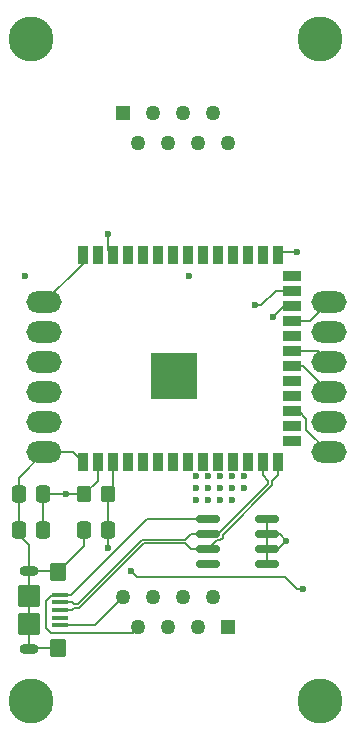
<source format=gtl>
%TF.GenerationSoftware,KiCad,Pcbnew,8.0.1-8.0.1-1~ubuntu22.04.1*%
%TF.CreationDate,2024-04-03T01:55:53-04:00*%
%TF.ProjectId,esp32_rover_devkit,65737033-325f-4726-9f76-65725f646576,rev?*%
%TF.SameCoordinates,Original*%
%TF.FileFunction,Copper,L1,Top*%
%TF.FilePolarity,Positive*%
%FSLAX46Y46*%
G04 Gerber Fmt 4.6, Leading zero omitted, Abs format (unit mm)*
G04 Created by KiCad (PCBNEW 8.0.1-8.0.1-1~ubuntu22.04.1) date 2024-04-03 01:55:53*
%MOMM*%
%LPD*%
G01*
G04 APERTURE LIST*
G04 Aperture macros list*
%AMRoundRect*
0 Rectangle with rounded corners*
0 $1 Rounding radius*
0 $2 $3 $4 $5 $6 $7 $8 $9 X,Y pos of 4 corners*
0 Add a 4 corners polygon primitive as box body*
4,1,4,$2,$3,$4,$5,$6,$7,$8,$9,$2,$3,0*
0 Add four circle primitives for the rounded corners*
1,1,$1+$1,$2,$3*
1,1,$1+$1,$4,$5*
1,1,$1+$1,$6,$7*
1,1,$1+$1,$8,$9*
0 Add four rect primitives between the rounded corners*
20,1,$1+$1,$2,$3,$4,$5,0*
20,1,$1+$1,$4,$5,$6,$7,0*
20,1,$1+$1,$6,$7,$8,$9,0*
20,1,$1+$1,$8,$9,$2,$3,0*%
G04 Aperture macros list end*
%TA.AperFunction,ComponentPad*%
%ADD10C,2.600000*%
%TD*%
%TA.AperFunction,ConnectorPad*%
%ADD11C,3.800000*%
%TD*%
%TA.AperFunction,SMDPad,CuDef*%
%ADD12RoundRect,0.250000X0.337500X0.475000X-0.337500X0.475000X-0.337500X-0.475000X0.337500X-0.475000X0*%
%TD*%
%TA.AperFunction,SMDPad,CuDef*%
%ADD13RoundRect,0.150000X-0.825000X-0.150000X0.825000X-0.150000X0.825000X0.150000X-0.825000X0.150000X0*%
%TD*%
%TA.AperFunction,SMDPad,CuDef*%
%ADD14RoundRect,0.250000X-0.350000X-0.450000X0.350000X-0.450000X0.350000X0.450000X-0.350000X0.450000X0*%
%TD*%
%TA.AperFunction,SMDPad,CuDef*%
%ADD15R,0.900000X1.500000*%
%TD*%
%TA.AperFunction,SMDPad,CuDef*%
%ADD16R,1.500000X0.900000*%
%TD*%
%TA.AperFunction,SMDPad,CuDef*%
%ADD17R,3.900000X3.900000*%
%TD*%
%TA.AperFunction,SMDPad,CuDef*%
%ADD18RoundRect,0.100000X-0.575000X0.100000X-0.575000X-0.100000X0.575000X-0.100000X0.575000X0.100000X0*%
%TD*%
%TA.AperFunction,ComponentPad*%
%ADD19O,1.600000X0.900000*%
%TD*%
%TA.AperFunction,SMDPad,CuDef*%
%ADD20RoundRect,0.250000X-0.450000X0.550000X-0.450000X-0.550000X0.450000X-0.550000X0.450000X0.550000X0*%
%TD*%
%TA.AperFunction,SMDPad,CuDef*%
%ADD21RoundRect,0.250000X-0.700000X0.700000X-0.700000X-0.700000X0.700000X-0.700000X0.700000X0.700000X0*%
%TD*%
%TA.AperFunction,ComponentPad*%
%ADD22R,1.268000X1.268000*%
%TD*%
%TA.AperFunction,ComponentPad*%
%ADD23C,1.268000*%
%TD*%
%TA.AperFunction,ComponentPad*%
%ADD24O,3.000000X1.800000*%
%TD*%
%TA.AperFunction,ViaPad*%
%ADD25C,0.600000*%
%TD*%
%TA.AperFunction,Conductor*%
%ADD26C,0.200000*%
%TD*%
%TA.AperFunction,Conductor*%
%ADD27C,0.155814*%
%TD*%
G04 APERTURE END LIST*
D10*
%TO.P,H2,1,1*%
%TO.N,GND*%
X46000000Y-23000000D03*
D11*
X46000000Y-23000000D03*
%TD*%
D10*
%TO.P,H4,1,1*%
%TO.N,GND*%
X46000000Y-79000000D03*
D11*
X46000000Y-79000000D03*
%TD*%
D12*
%TO.P,C2,1*%
%TO.N,+3.3V*%
X22537500Y-61500000D03*
%TO.P,C2,2*%
%TO.N,GND*%
X20462500Y-61500000D03*
%TD*%
%TO.P,C3,1*%
%TO.N,EN_PB*%
X28037500Y-64500000D03*
%TO.P,C3,2*%
%TO.N,GND*%
X25962500Y-64500000D03*
%TD*%
D13*
%TO.P,U5,1*%
%TO.N,+5V*%
X36525000Y-63595000D03*
%TO.P,U5,2*%
%TO.N,USB_N*%
X36525000Y-64865000D03*
%TO.P,U5,3*%
%TO.N,USB_P*%
X36525000Y-66135000D03*
%TO.P,U5,4*%
%TO.N,unconnected-(U5-Pad4)*%
X36525000Y-67405000D03*
%TO.P,U5,5*%
%TO.N,GND*%
X41475000Y-67405000D03*
%TO.P,U5,6*%
X41475000Y-66135000D03*
%TO.P,U5,7*%
X41475000Y-64865000D03*
%TO.P,U5,8*%
X41475000Y-63595000D03*
%TD*%
D12*
%TO.P,C1,1*%
%TO.N,+3.3V*%
X22537500Y-64500000D03*
%TO.P,C1,2*%
%TO.N,GND*%
X20462500Y-64500000D03*
%TD*%
D14*
%TO.P,R1,1*%
%TO.N,+3.3V*%
X26000000Y-61500000D03*
%TO.P,R1,2*%
%TO.N,EN_PB*%
X28000000Y-61500000D03*
%TD*%
D15*
%TO.P,U1,1,GND*%
%TO.N,GND*%
X25880000Y-58750000D03*
%TO.P,U1,2,3V3*%
%TO.N,+3.3V*%
X27150000Y-58750000D03*
%TO.P,U1,3,EN*%
%TO.N,EN_PB*%
X28420000Y-58750000D03*
%TO.P,U1,4,IO4*%
%TO.N,unconnected-(U1-IO4-Pad4)*%
X29690000Y-58750000D03*
%TO.P,U1,5,IO5*%
%TO.N,unconnected-(U1-IO5-Pad5)*%
X30960000Y-58750000D03*
%TO.P,U1,6,IO6*%
%TO.N,unconnected-(U1-IO6-Pad6)*%
X32230000Y-58750000D03*
%TO.P,U1,7,IO7*%
%TO.N,unconnected-(U1-IO7-Pad7)*%
X33500000Y-58750000D03*
%TO.P,U1,8,IO15*%
%TO.N,unconnected-(U1-IO15-Pad8)*%
X34770000Y-58750000D03*
%TO.P,U1,9,IO16*%
%TO.N,unconnected-(U1-IO16-Pad9)*%
X36040000Y-58750000D03*
%TO.P,U1,10,IO17*%
%TO.N,unconnected-(U1-IO17-Pad10)*%
X37310000Y-58750000D03*
%TO.P,U1,11,IO18*%
%TO.N,unconnected-(U1-IO18-Pad11)*%
X38580000Y-58750000D03*
%TO.P,U1,12,IO8*%
%TO.N,unconnected-(U1-IO8-Pad12)*%
X39850000Y-58750000D03*
%TO.P,U1,13,IO19*%
%TO.N,USB_N*%
X41120000Y-58750000D03*
%TO.P,U1,14,IO20*%
%TO.N,USB_P*%
X42390000Y-58750000D03*
D16*
%TO.P,U1,15,IO3*%
%TO.N,unconnected-(U1-IO3-Pad15)*%
X43640000Y-56985000D03*
%TO.P,U1,16,IO46*%
%TO.N,unconnected-(U1-IO46-Pad16)*%
X43640000Y-55715000D03*
%TO.P,U1,17,IO9*%
%TO.N,SDA*%
X43640000Y-54445000D03*
%TO.P,U1,18,IO10*%
%TO.N,unconnected-(U1-IO10-Pad18)*%
X43640000Y-53175000D03*
%TO.P,U1,19,IO11*%
%TO.N,unconnected-(U1-IO11-Pad19)*%
X43640000Y-51905000D03*
%TO.P,U1,20,IO12*%
%TO.N,RX1*%
X43640000Y-50635000D03*
%TO.P,U1,21,IO13*%
%TO.N,TX1*%
X43640000Y-49365000D03*
%TO.P,U1,22,IO14*%
%TO.N,unconnected-(U1-IO14-Pad22)*%
X43640000Y-48095000D03*
%TO.P,U1,23,IO21*%
%TO.N,SCL*%
X43640000Y-46825000D03*
%TO.P,U1,24,IO47*%
%TO.N,RXC*%
X43640000Y-45555000D03*
%TO.P,U1,25,IO48*%
%TO.N,TXC*%
X43640000Y-44285000D03*
%TO.P,U1,26,IO45*%
%TO.N,unconnected-(U1-IO45-Pad26)*%
X43640000Y-43015000D03*
D15*
%TO.P,U1,27,IO0*%
%TO.N,GPIO_0*%
X42390000Y-41250000D03*
%TO.P,U1,28,IO35*%
%TO.N,unconnected-(U1-IO35-Pad28)*%
X41120000Y-41250000D03*
%TO.P,U1,29,IO36*%
%TO.N,unconnected-(U1-IO36-Pad29)*%
X39850000Y-41250000D03*
%TO.P,U1,30,IO37*%
%TO.N,unconnected-(U1-IO37-Pad30)*%
X38580000Y-41250000D03*
%TO.P,U1,31,IO38*%
%TO.N,unconnected-(U1-IO38-Pad31)*%
X37310000Y-41250000D03*
%TO.P,U1,32,IO39*%
%TO.N,unconnected-(U1-IO39-Pad32)*%
X36040000Y-41250000D03*
%TO.P,U1,33,IO40*%
%TO.N,unconnected-(U1-IO40-Pad33)*%
X34770000Y-41250000D03*
%TO.P,U1,34,IO41*%
%TO.N,unconnected-(U1-IO41-Pad34)*%
X33500000Y-41250000D03*
%TO.P,U1,35,IO42*%
%TO.N,unconnected-(U1-IO42-Pad35)*%
X32230000Y-41250000D03*
%TO.P,U1,36,RXD0*%
%TO.N,unconnected-(U1-RXD0-Pad36)*%
X30960000Y-41250000D03*
%TO.P,U1,37,TXD0*%
%TO.N,unconnected-(U1-TXD0-Pad37)*%
X29690000Y-41250000D03*
%TO.P,U1,38,IO2*%
%TO.N,LED_BUILDIN*%
X28420000Y-41250000D03*
%TO.P,U1,39,IO1*%
%TO.N,unconnected-(U1-IO1-Pad39)*%
X27150000Y-41250000D03*
%TO.P,U1,40,GND*%
%TO.N,GND*%
X25880000Y-41250000D03*
D17*
%TO.P,U1,41,GND*%
X33600000Y-51500000D03*
%TD*%
D10*
%TO.P,H3,1,1*%
%TO.N,GND*%
X21500000Y-79000000D03*
D11*
X21500000Y-79000000D03*
%TD*%
D10*
%TO.P,H1,1,1*%
%TO.N,GND*%
X21500000Y-23000000D03*
D11*
X21500000Y-23000000D03*
%TD*%
D18*
%TO.P,J1,1,VBUS*%
%TO.N,+5V*%
X24000000Y-70000000D03*
%TO.P,J1,2,D-*%
%TO.N,USB_N*%
X24000000Y-70650000D03*
%TO.P,J1,3,D+*%
%TO.N,USB_P*%
X24000000Y-71300000D03*
%TO.P,J1,4,ID*%
%TO.N,unconnected-(J1-ID-Pad4)*%
X24000000Y-71950000D03*
%TO.P,J1,5,GND*%
%TO.N,GND*%
X24000000Y-72600000D03*
D19*
%TO.P,J1,6,Shield*%
X21325000Y-68000000D03*
D20*
X23775000Y-68100000D03*
D21*
X21325000Y-70100000D03*
X21325000Y-72500000D03*
D20*
X23775000Y-74500000D03*
D19*
X21325000Y-74600000D03*
%TD*%
D22*
%TO.P,J3,1*%
%TO.N,CANH*%
X38229000Y-72770000D03*
D23*
%TO.P,J3,2*%
%TO.N,CANL*%
X36959000Y-70230000D03*
%TO.P,J3,3*%
%TO.N,unconnected-(J3-Pad3)*%
X35689000Y-72770000D03*
%TO.P,J3,4*%
%TO.N,unconnected-(J3-Pad4)*%
X34419000Y-70230000D03*
%TO.P,J3,5*%
%TO.N,unconnected-(J3-Pad5)*%
X33149000Y-72770000D03*
%TO.P,J3,6*%
%TO.N,unconnected-(J3-Pad6)*%
X31879000Y-70230000D03*
%TO.P,J3,7*%
%TO.N,+5V*%
X30609000Y-72770000D03*
%TO.P,J3,8*%
%TO.N,GND*%
X29339000Y-70230000D03*
%TD*%
D24*
%TO.P,U4,1,SDA*%
%TO.N,SDA*%
X46740000Y-57950000D03*
%TO.P,U4,2,GND*%
%TO.N,GND*%
X22640000Y-45250000D03*
X22640000Y-47790000D03*
X22640000Y-50330000D03*
X22640000Y-52870000D03*
X46740000Y-55410000D03*
X22640000Y-55410000D03*
X22640000Y-57950000D03*
%TO.P,U4,3,TX*%
%TO.N,RX1*%
X46740000Y-52870000D03*
%TO.P,U4,4,RX*%
%TO.N,TX1*%
X46740000Y-50330000D03*
%TO.P,U4,5,Vcc*%
%TO.N,+3.3V*%
X46740000Y-47790000D03*
%TO.P,U4,6,SCL*%
%TO.N,SCL*%
X46740000Y-45250000D03*
%TD*%
D22*
%TO.P,J2,1*%
%TO.N,CANH*%
X29339000Y-29230000D03*
D23*
%TO.P,J2,2*%
%TO.N,CANL*%
X30609000Y-31770000D03*
%TO.P,J2,3*%
%TO.N,unconnected-(J2-Pad3)*%
X31879000Y-29230000D03*
%TO.P,J2,4*%
%TO.N,unconnected-(J2-Pad4)*%
X33149000Y-31770000D03*
%TO.P,J2,5*%
%TO.N,unconnected-(J2-Pad5)*%
X34419000Y-29230000D03*
%TO.P,J2,6*%
%TO.N,unconnected-(J2-Pad6)*%
X35689000Y-31770000D03*
%TO.P,J2,7*%
%TO.N,+5V*%
X36959000Y-29230000D03*
%TO.P,J2,8*%
%TO.N,GND*%
X38229000Y-31770000D03*
%TD*%
D25*
%TO.N,GND*%
X32500000Y-52000000D03*
X34500000Y-51000000D03*
X32500000Y-50000000D03*
X33500000Y-51000000D03*
X34500000Y-53000000D03*
X34861805Y-43006449D03*
X33500000Y-52000000D03*
X32500000Y-51000000D03*
X33500000Y-53000000D03*
X32500000Y-53000000D03*
X34500000Y-52000000D03*
X43122102Y-65429103D03*
X34500000Y-50000000D03*
X33500000Y-50000000D03*
%TO.N,+3.3V*%
X35500000Y-62000000D03*
X24500000Y-61500000D03*
X37500000Y-60000000D03*
X35500000Y-60000000D03*
X37500000Y-62000000D03*
X39500000Y-61000000D03*
X35500000Y-61000000D03*
X21000000Y-43000000D03*
X38500000Y-62000000D03*
X36500000Y-60000000D03*
X36500000Y-62000000D03*
X37500000Y-61000000D03*
X38500000Y-61000000D03*
X39500000Y-60000000D03*
X36500000Y-61000000D03*
X38500000Y-60000000D03*
%TO.N,EN_PB*%
X44500000Y-69500000D03*
X28037500Y-66037500D03*
X30000000Y-68000000D03*
%TO.N,GPIO_0*%
X44000000Y-41000000D03*
%TO.N,LED_BUILDIN*%
X28000000Y-39500000D03*
%TO.N,TXC*%
X40500000Y-45500000D03*
%TO.N,RXC*%
X42000000Y-46500000D03*
%TD*%
D26*
%TO.N,GND*%
X42416205Y-66135000D02*
X43122102Y-65429103D01*
X21325000Y-70100000D02*
X21325000Y-68000000D01*
X21325000Y-65825000D02*
X21325000Y-68000000D01*
X26969000Y-72600000D02*
X29339000Y-70230000D01*
X23400000Y-68100000D02*
X23300000Y-68000000D01*
X22640000Y-45250000D02*
X25880000Y-42010000D01*
X22640000Y-57950000D02*
X25080000Y-57950000D01*
X25080000Y-57950000D02*
X25880000Y-58750000D01*
X24000000Y-72600000D02*
X26969000Y-72600000D01*
X21425000Y-74500000D02*
X21325000Y-74600000D01*
X23775000Y-74500000D02*
X21425000Y-74500000D01*
X41475000Y-63595000D02*
X41475000Y-64865000D01*
X20462500Y-60127500D02*
X22640000Y-57950000D01*
X23775000Y-68100000D02*
X23400000Y-68100000D01*
X25962500Y-65912500D02*
X23775000Y-68100000D01*
X20462500Y-61500000D02*
X20462500Y-60127500D01*
X41475000Y-64865000D02*
X42557999Y-64865000D01*
X25880000Y-42010000D02*
X25880000Y-41250000D01*
X41475000Y-67405000D02*
X41475000Y-66135000D01*
X41475000Y-66135000D02*
X42416205Y-66135000D01*
X41475000Y-66135000D02*
X41475000Y-64865000D01*
X20462500Y-64500000D02*
X20462500Y-64962500D01*
X21325000Y-72500000D02*
X21325000Y-70100000D01*
X20462500Y-64962500D02*
X21325000Y-65825000D01*
X42557999Y-64865000D02*
X43122102Y-65429103D01*
X20462500Y-61500000D02*
X20462500Y-64500000D01*
X25962500Y-64500000D02*
X25962500Y-65912500D01*
X23300000Y-68000000D02*
X21325000Y-68000000D01*
X21325000Y-74600000D02*
X21325000Y-72500000D01*
%TO.N,+3.3V*%
X24500000Y-61500000D02*
X26000000Y-61500000D01*
X26000000Y-61500000D02*
X27150000Y-60350000D01*
X22537500Y-61500000D02*
X24500000Y-61500000D01*
X27150000Y-60350000D02*
X27150000Y-58750000D01*
X22537500Y-64500000D02*
X22537500Y-61500000D01*
%TO.N,EN_PB*%
X28420000Y-61080000D02*
X28420000Y-58750000D01*
X28037500Y-61537500D02*
X28000000Y-61500000D01*
X30500000Y-68500000D02*
X43000000Y-68500000D01*
X30000000Y-68000000D02*
X30500000Y-68500000D01*
X43000000Y-68500000D02*
X44000000Y-69500000D01*
X28037500Y-66037500D02*
X28037500Y-64500000D01*
X28000000Y-61500000D02*
X28420000Y-61080000D01*
X28037500Y-64500000D02*
X28037500Y-61537500D01*
X44000000Y-69500000D02*
X44500000Y-69500000D01*
%TO.N,GPIO_0*%
X42640000Y-41000000D02*
X42390000Y-41250000D01*
X44000000Y-41000000D02*
X42640000Y-41000000D01*
%TO.N,+5V*%
X24000000Y-70000000D02*
X23325001Y-70000000D01*
X32400000Y-63595000D02*
X32500000Y-63595000D01*
X22752947Y-70572054D02*
X22752947Y-72846980D01*
X31328529Y-63595000D02*
X24923529Y-70000000D01*
X23180465Y-73274498D02*
X30104502Y-73274498D01*
X24923529Y-70000000D02*
X24000000Y-70000000D01*
X32500000Y-63595000D02*
X36525000Y-63595000D01*
X32400000Y-63595000D02*
X31328529Y-63595000D01*
X30104502Y-73274498D02*
X30609000Y-72770000D01*
X23325001Y-70000000D02*
X22752947Y-70572054D01*
X22752947Y-72846980D02*
X23180465Y-73274498D01*
D27*
%TO.N,USB_N*%
X41600893Y-60355894D02*
X41120000Y-59875001D01*
X41600893Y-60623226D02*
X41600893Y-60355894D01*
X35062499Y-64865000D02*
X36525000Y-64865000D01*
X25461165Y-70820893D02*
X30936165Y-65345893D01*
X30936165Y-65345893D02*
X34581606Y-65345893D01*
X25012501Y-70650000D02*
X25183394Y-70820893D01*
X37359119Y-64865000D02*
X41600893Y-60623226D01*
X36525000Y-64865000D02*
X37359119Y-64865000D01*
X41120000Y-59875001D02*
X41120000Y-58750000D01*
X24000000Y-70650000D02*
X25012501Y-70650000D01*
X34581606Y-65345893D02*
X35062499Y-64865000D01*
X25183394Y-70820893D02*
X25461165Y-70820893D01*
%TO.N,USB_P*%
X41909107Y-60750893D02*
X41909107Y-60355894D01*
X37264693Y-65395307D02*
X37511685Y-65395307D01*
X37511685Y-65395307D02*
X37730307Y-65176685D01*
X36525000Y-66135000D02*
X37264693Y-65395307D01*
X25183394Y-71129107D02*
X25588835Y-71129107D01*
X37730307Y-64929693D02*
X41909107Y-60750893D01*
X37730307Y-65176685D02*
X37730307Y-64929693D01*
X24000000Y-71300000D02*
X25012501Y-71300000D01*
X34581606Y-65654107D02*
X35062499Y-66135000D01*
X42390000Y-59875001D02*
X42390000Y-58750000D01*
X35062499Y-66135000D02*
X36525000Y-66135000D01*
X31063835Y-65654107D02*
X34581606Y-65654107D01*
X41909107Y-60355894D02*
X42390000Y-59875001D01*
X25012501Y-71300000D02*
X25183394Y-71129107D01*
X25588835Y-71129107D02*
X31063835Y-65654107D01*
D26*
%TO.N,LED_BUILDIN*%
X28000000Y-40830000D02*
X28420000Y-41250000D01*
X28000000Y-39500000D02*
X28000000Y-40830000D01*
%TO.N,SCL*%
X43640000Y-46825000D02*
X45165000Y-46825000D01*
X45165000Y-46825000D02*
X46740000Y-45250000D01*
%TO.N,TX1*%
X45775000Y-49365000D02*
X43640000Y-49365000D01*
X46740000Y-50330000D02*
X45775000Y-49365000D01*
%TO.N,RX1*%
X46740000Y-52870000D02*
X44505000Y-50635000D01*
X44505000Y-50635000D02*
X43640000Y-50635000D01*
%TO.N,TXC*%
X42215000Y-44285000D02*
X41000000Y-45500000D01*
X41000000Y-45500000D02*
X40500000Y-45500000D01*
X43640000Y-44285000D02*
X42215000Y-44285000D01*
%TO.N,RXC*%
X42945000Y-45555000D02*
X42000000Y-46500000D01*
X43640000Y-45555000D02*
X42945000Y-45555000D01*
%TO.N,SDA*%
X44827242Y-56037242D02*
X46740000Y-57950000D01*
X43640000Y-54445000D02*
X44170000Y-54445000D01*
X44170000Y-54445000D02*
X44827242Y-55102242D01*
X44827242Y-55102242D02*
X44827242Y-56037242D01*
%TD*%
M02*

</source>
